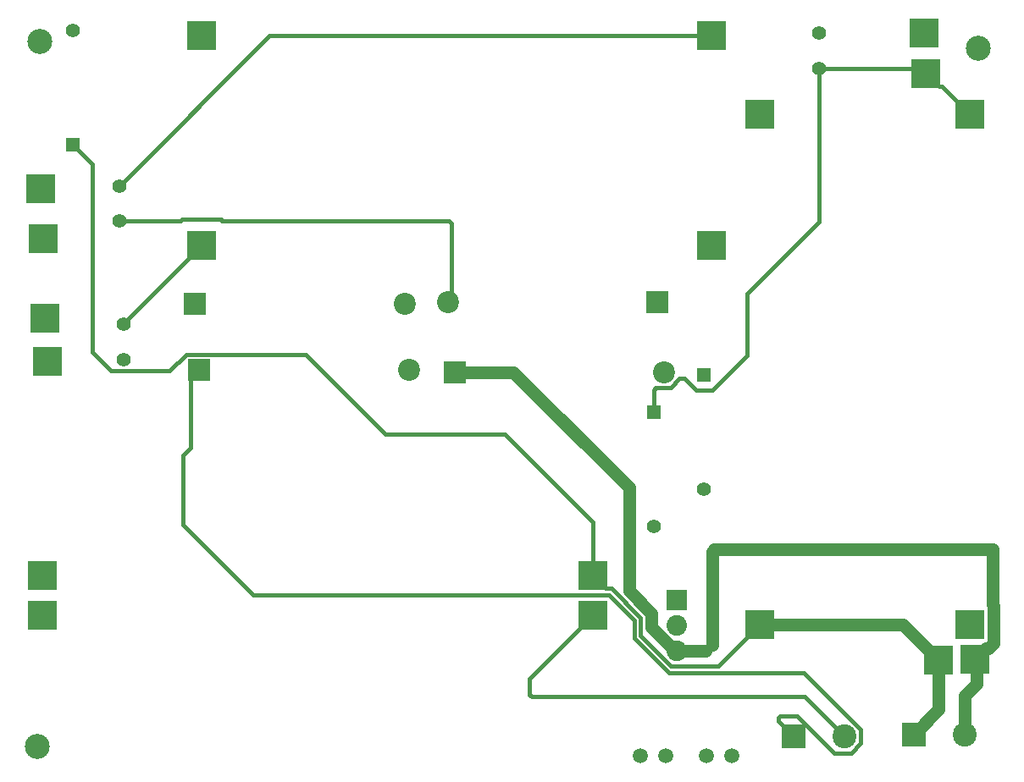
<source format=gbl>
G04*
G04 #@! TF.GenerationSoftware,Altium Limited,Altium Designer,24.1.2 (44)*
G04*
G04 Layer_Physical_Order=2*
G04 Layer_Color=16711680*
%FSLAX44Y44*%
%MOMM*%
G71*
G04*
G04 #@! TF.SameCoordinates,45874381-32F6-40E1-B25F-84CDE6F57C9E*
G04*
G04*
G04 #@! TF.FilePolarity,Positive*
G04*
G01*
G75*
%ADD21C,2.2000*%
%ADD22R,2.2000X2.2000*%
%ADD25C,1.3970*%
%ADD26R,1.3970X1.3970*%
%ADD29C,2.0500*%
%ADD30R,2.0500X2.0500*%
%ADD31C,0.3810*%
%ADD32C,1.2700*%
%ADD33C,2.5000*%
%ADD34R,3.0000X3.0000*%
%ADD35R,3.0000X3.0000*%
%ADD36C,1.4000*%
%ADD37C,1.5000*%
%ADD38C,2.4000*%
%ADD39R,2.4000X2.4000*%
D21*
X648450Y429500D02*
D03*
X432550Y499500D02*
D03*
X388950Y498250D02*
D03*
X393200Y432000D02*
D03*
D22*
X439050Y429500D02*
D03*
X641950Y499500D02*
D03*
X179550Y498250D02*
D03*
X183800Y432000D02*
D03*
D25*
X57250Y771550D02*
D03*
X638000Y274950D02*
D03*
X688500Y312200D02*
D03*
D26*
X57250Y657250D02*
D03*
X638000Y389250D02*
D03*
X688500Y426500D02*
D03*
D29*
X661250Y150700D02*
D03*
Y176100D02*
D03*
D30*
Y201500D02*
D03*
D31*
X803250Y580500D02*
Y733750D01*
X904750D02*
X910250Y728250D01*
X803250Y733750D02*
X904750D01*
X923345Y715155D02*
X925845D01*
X953750Y687250D01*
X910250Y728250D02*
X923345Y715155D01*
X663895Y423102D02*
X669086D01*
X680438Y411750D02*
X697000D01*
X669086Y423102D02*
X680438Y411750D01*
X697000D02*
X731235Y445985D01*
Y508485D01*
X803250Y580500D01*
X654848Y414055D02*
X663895Y423102D01*
X690200Y150700D02*
X696500Y157000D01*
X653536Y128652D02*
X788354D01*
X655163Y136005D02*
X702505D01*
X638000Y411823D02*
X640232Y414055D01*
X654848D01*
X638000Y411426D02*
X638000Y411823D01*
X57250Y771550D02*
X57487Y771787D01*
X166279Y582295D02*
X205221D01*
X206516Y581000D02*
X433500D01*
X205221Y582295D02*
X206516Y581000D01*
X164984D02*
X166279Y582295D01*
X103750Y581000D02*
X164984D01*
X103750Y616000D02*
X254250Y766500D01*
X695750D01*
X433500Y581000D02*
X435732Y578768D01*
X781472Y85871D02*
X818788Y48555D01*
X369952Y367500D02*
X489000D01*
X290007Y447445D02*
X369952Y367500D01*
X170959Y447445D02*
X290007D01*
X154319Y430805D02*
X170959Y447445D01*
X95622Y430805D02*
X154319D01*
X167250Y346350D02*
X174705Y353805D01*
Y422905D01*
X167250Y277250D02*
Y346350D01*
X76750Y449677D02*
X95622Y430805D01*
X174705Y422905D02*
X183800Y432000D01*
X76750Y449677D02*
Y637750D01*
X489000Y367500D02*
X577250Y279250D01*
X167250Y277250D02*
X237695Y206805D01*
X592981D02*
X618539Y181247D01*
Y163649D02*
X653536Y128652D01*
X618539Y163649D02*
Y181247D01*
X788354Y128652D02*
X845195Y71812D01*
X835562Y48555D02*
X845195Y58188D01*
Y71812D01*
X818788Y48555D02*
X835562D01*
X762467Y80483D02*
Y83639D01*
X764699Y85871D01*
X624889Y166279D02*
X655163Y136005D01*
X577250Y226250D02*
X590345Y213155D01*
X762467Y80483D02*
X777950Y65000D01*
X590345Y213155D02*
X595611D01*
X624889Y183877D01*
X764699Y85871D02*
X781472D01*
X624889Y166279D02*
Y183877D01*
X237695Y206805D02*
X592981D01*
X513750Y106982D02*
X515982Y104750D01*
X513750Y122750D02*
X577250Y186250D01*
X515982Y104750D02*
X789000D01*
X513750Y106982D02*
Y122750D01*
X789000Y104750D02*
X828750Y65000D01*
X577250Y226250D02*
Y279250D01*
X57250Y657250D02*
X76750Y637750D01*
X108000Y478750D02*
X185750Y556500D01*
X702505Y136005D02*
X743750Y177250D01*
X435732Y502682D02*
Y578768D01*
X432550Y499500D02*
X435732Y502682D01*
X108000Y477250D02*
Y478750D01*
X696500Y250268D02*
X698732Y252500D01*
X976518D02*
X978750Y250268D01*
X959000Y142250D02*
X960500Y140750D01*
X638000Y389250D02*
Y411426D01*
D32*
X698732Y252500D02*
X976518D01*
X635684Y174598D02*
X659582Y150700D01*
X690200D01*
X613500Y210533D02*
Y314000D01*
Y210533D02*
X635684Y188349D01*
Y174598D02*
Y188349D01*
X696500Y157000D02*
Y250268D01*
X498000Y429500D02*
X613500Y314000D01*
X439050Y429500D02*
X498000D01*
X972432Y153360D02*
X977640Y158568D01*
X976518Y197054D02*
Y252500D01*
X970110Y153360D02*
X972432D01*
X976518Y197054D02*
X977640Y195932D01*
X959000Y142250D02*
X970110Y153360D01*
X977640Y158568D02*
Y195932D01*
X887000Y177250D02*
X923000Y141250D01*
X743750Y177250D02*
X887000D01*
X923000Y92250D02*
Y141250D01*
X897750Y67000D02*
X923000Y92250D01*
X960500Y118000D02*
Y140750D01*
X948550Y67000D02*
Y106050D01*
X960500Y118000D01*
D33*
X21500Y54750D02*
D03*
X24500Y760500D02*
D03*
X962250Y754000D02*
D03*
D34*
X577250Y186250D02*
D03*
Y226250D02*
D03*
X27250D02*
D03*
Y186250D02*
D03*
X908000Y768750D02*
D03*
X695750Y556500D02*
D03*
Y766500D02*
D03*
X185750Y556500D02*
D03*
Y766500D02*
D03*
X923000Y141250D02*
D03*
X959000Y142250D02*
D03*
X910250Y728250D02*
D03*
X27500Y563000D02*
D03*
X25500Y612750D02*
D03*
X31750Y440000D02*
D03*
X29750Y483500D02*
D03*
D35*
X743750Y177250D02*
D03*
X953750D02*
D03*
X743750Y687250D02*
D03*
X953750D02*
D03*
D36*
X803250Y733750D02*
D03*
Y768750D02*
D03*
X103750Y581000D02*
D03*
Y616000D02*
D03*
X108000Y477250D02*
D03*
Y442250D02*
D03*
D37*
X716200Y45750D02*
D03*
X690800D02*
D03*
X649700D02*
D03*
X624300D02*
D03*
D38*
X948550Y67000D02*
D03*
X828750Y65000D02*
D03*
D39*
X897750Y67000D02*
D03*
X777950Y65000D02*
D03*
M02*

</source>
